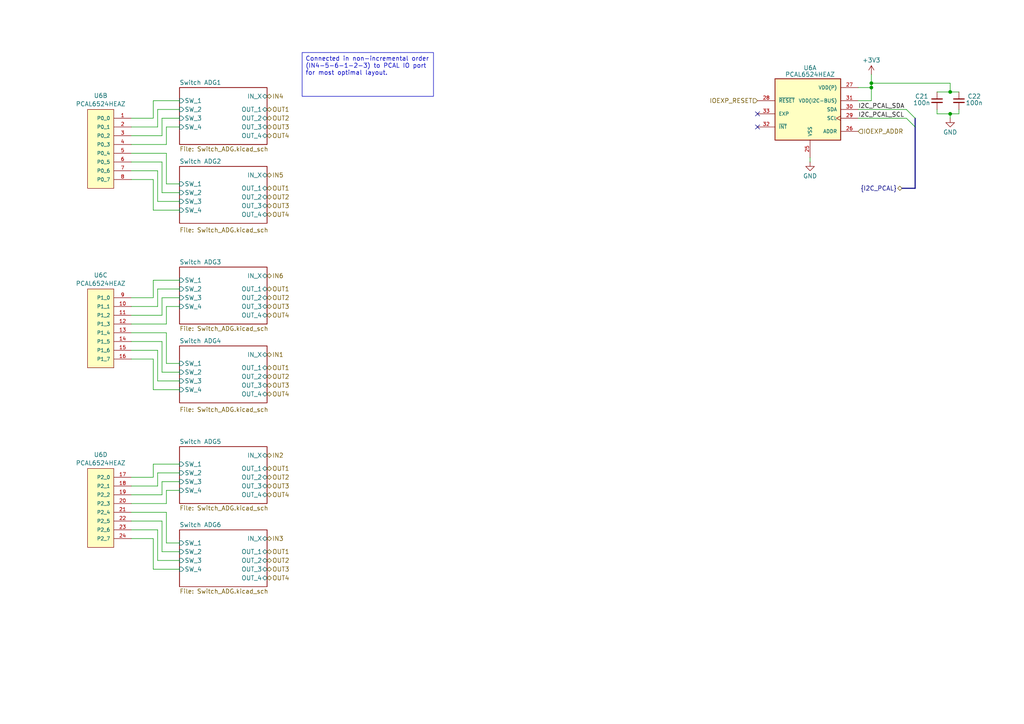
<source format=kicad_sch>
(kicad_sch (version 20250114) (generator "eeschema") (generator_version "9.0")
  (paper "A4")
  (title_block (title "Zoutwachter Measurement-Switch") (date "2025-06-01") (rev "0.3") (company "Avalution Engineering / Pollex"))
  (lib_symbols
    (symbol "Device:C_Small" (pin_numbers (hide yes)) (pin_names (offset 0.254) (hide yes))
      (property "Reference" "C" (at 0.254 1.778 0))
      (property "Value" "C_Small" (at 0.254 -2.032 0))
      (symbol "C_Small_0_1"
        (polyline (pts (xy -1.524 0.508) (xy 1.524 0.508)) (stroke (width 0.3048)))
        (polyline (pts (xy -1.524 -0.508) (xy 1.524 -0.508)) (stroke (width 0.3302)))
      )
      (symbol "C_Small_1_1"
        (pin passive line (at 0 2.54 270) (length 2.032) (name "~") (number "1"))
        (pin passive line (at 0 -2.54 90) (length 2.032) (name "~") (number "2"))
      )
    )
    (symbol "custom_library:PCAL6524HEAZ" (pin_names (offset 1.016))
      (property "Reference" "U5" (at 0 14.1773 0))
      (property "Value" "PCAL6524HEAZ" (at 0 11.7531 0))
      (symbol "PCAL6524HEAZ_1_0"
        (rectangle (start -10.16 11.43) (end 8.89 -6.35) (stroke (width 0.254)) (fill (type background)))
        (pin input line (at -15.24 5.08 0) (length 5.08) (name "~{RESET}") (number "28"))
        (pin passive line (at -15.24 1.27 0) (length 5.08) (name "EXP") (number "33"))
        (pin output line (at -15.24 -2.54 0) (length 5.08) (name "~{INT}") (number "32"))
        (pin power_in line (at 0 -11.43 90) (length 5.08) (name "VSS") (number "25"))
        (pin power_in line (at 13.97 8.89 180) (length 5.08) (name "VDD(P)") (number "27"))
        (pin power_in line (at 13.97 5.08 180) (length 5.08) (name "VDD(I2C-BUS)") (number "31"))
        (pin bidirectional line (at 13.97 2.54 180) (length 5.08) (name "SDA") (number "30"))
        (pin input clock (at 13.97 0 180) (length 5.08) (name "SCL") (number "29"))
        (pin input line (at 13.97 -3.81 180) (length 5.08) (name "ADDR") (number "26"))
      )
      (symbol "PCAL6524HEAZ_2_0"
        (rectangle (start -3.81 10.16) (end 3.81 -12.7) (fill (type background)))
        (pin bidirectional line (at 8.89 7.62 180) (length 5.08) (name "P0_0") (number "1"))
        (pin bidirectional line (at 8.89 5.08 180) (length 5.08) (name "P0_1") (number "2"))
        (pin bidirectional line (at 8.89 2.54 180) (length 5.08) (name "P0_2") (number "3"))
        (pin bidirectional line (at 8.89 0 180) (length 5.08) (name "P0_3") (number "4"))
        (pin bidirectional line (at 8.89 -2.54 180) (length 5.08) (name "P0_4") (number "5"))
        (pin bidirectional line (at 8.89 -5.08 180) (length 5.08) (name "P0_5") (number "6"))
        (pin bidirectional line (at 8.89 -7.62 180) (length 5.08) (name "P0_6") (number "7"))
        (pin bidirectional line (at 8.89 -10.16 180) (length 5.08) (name "P0_7") (number "8"))
      )
      (symbol "PCAL6524HEAZ_3_0"
        (rectangle (start -3.81 10.16) (end 3.81 -12.7) (fill (type background)))
        (pin bidirectional line (at 8.89 7.62 180) (length 5.08) (name "P1_0") (number "9"))
        (pin bidirectional line (at 8.89 5.08 180) (length 5.08) (name "P1_1") (number "10"))
        (pin bidirectional line (at 8.89 2.54 180) (length 5.08) (name "P1_2") (number "11"))
        (pin bidirectional line (at 8.89 0 180) (length 5.08) (name "P1_3") (number "12"))
        (pin bidirectional line (at 8.89 -2.54 180) (length 5.08) (name "P1_4") (number "13"))
        (pin bidirectional line (at 8.89 -5.08 180) (length 5.08) (name "P1_5") (number "14"))
        (pin bidirectional line (at 8.89 -7.62 180) (length 5.08) (name "P1_6") (number "15"))
        (pin bidirectional line (at 8.89 -10.16 180) (length 5.08) (name "P1_7") (number "16"))
      )
      (symbol "PCAL6524HEAZ_4_0"
        (rectangle (start -3.81 10.16) (end 3.81 -12.7) (fill (type background)))
        (pin bidirectional line (at 8.89 7.62 180) (length 5.08) (name "P2_0") (number "17"))
        (pin bidirectional line (at 8.89 5.08 180) (length 5.08) (name "P2_1") (number "18"))
        (pin bidirectional line (at 8.89 2.54 180) (length 5.08) (name "P2_2") (number "19"))
        (pin bidirectional line (at 8.89 0 180) (length 5.08) (name "P2_3") (number "20"))
        (pin bidirectional line (at 8.89 -2.54 180) (length 5.08) (name "P2_4") (number "21"))
        (pin bidirectional line (at 8.89 -5.08 180) (length 5.08) (name "P2_5") (number "22"))
        (pin bidirectional line (at 8.89 -7.62 180) (length 5.08) (name "P2_6") (number "23"))
        (pin bidirectional line (at 8.89 -10.16 180) (length 5.08) (name "P2_7") (number "24"))
      )
    )
    (symbol "power:+3V3" (power) (pin_numbers (hide yes)) (pin_names (offset 0) (hide yes))
      (property "Value" "+3V3" (at 0 3.556 0))
      (symbol "+3V3_0_1"
        (polyline (pts (xy -0.762 1.27) (xy 0 2.54)))
        (polyline (pts (xy 0 2.54) (xy 0.762 1.27)))
        (polyline (pts (xy 0 0) (xy 0 2.54)))
      )
      (symbol "+3V3_1_1"
        (pin power_in line (at 0 0 90) (length 0) (name "~") (number "1"))
      )
    )
    (symbol "power:GND" (power) (pin_numbers (hide yes)) (pin_names (offset 0) (hide yes))
      (property "Value" "GND" (at 0 -3.81 0))
      (symbol "GND_0_1"
        (polyline (pts (xy 0 0) (xy 0 -1.27) (xy 1.27 -1.27) (xy 0 -2.54) (xy -1.27 -1.27) (xy 0 -1.27)))
      )
      (symbol "GND_1_1"
        (pin power_in line (at 0 0 270) (length 0) (name "~") (number "1"))
      )
    )
  )
  (text_box "Connected in non-incremental order (IN4-5-6-1-2-3) to PCAL IO port for most optimal layout." (at 87.63 15.24 0) (size 38.1 12.7) (margins 0.9525 0.9525 0.9525 0.9525) (effects (font (size 1.27 1.27)) (justify left top)))
  (junction (at 275.59 33.02))
  (junction (at 275.59 26.67))
  (junction (at 252.73 24.13))
  (junction (at 252.73 25.4))
  (no_connect (at 219.71 33.02))
  (no_connect (at 219.71 36.83))
  (bus_entry (at 262.89 34.29) (size 2.54 2.54))
  (bus_entry (at 262.89 31.75) (size 2.54 2.54))
  (wire (pts (xy 45.72 83.82) (xy 52.07 83.82)))
  (wire (pts (xy 38.1 96.52) (xy 48.26 96.52)))
  (wire (pts (xy 44.45 29.21) (xy 52.07 29.21)))
  (wire (pts (xy 46.99 91.44) (xy 46.99 86.36)))
  (wire (pts (xy 45.72 162.56) (xy 52.07 162.56)))
  (wire (pts (xy 48.26 105.41) (xy 52.07 105.41)))
  (wire (pts (xy 275.59 26.67) (xy 275.59 24.13)))
  (bus (pts (xy 265.43 36.83) (xy 265.43 54.61)))
  (wire (pts (xy 45.72 110.49) (xy 52.07 110.49)))
  (wire (pts (xy 48.26 88.9) (xy 52.07 88.9)))
  (wire (pts (xy 38.1 34.29) (xy 44.45 34.29)))
  (wire (pts (xy 252.73 25.4) (xy 252.73 29.21)))
  (wire (pts (xy 278.13 33.02) (xy 275.59 33.02)))
  (wire (pts (xy 46.99 55.88) (xy 52.07 55.88)))
  (wire (pts (xy 48.26 157.48) (xy 52.07 157.48)))
  (wire (pts (xy 46.99 99.06) (xy 38.1 99.06)))
  (wire (pts (xy 46.99 139.7) (xy 52.07 139.7)))
  (wire (pts (xy 248.92 29.21) (xy 252.73 29.21)))
  (wire (pts (xy 38.1 93.98) (xy 48.26 93.98)))
  (wire (pts (xy 44.45 113.03) (xy 44.45 104.14)))
  (wire (pts (xy 278.13 26.67) (xy 275.59 26.67)))
  (wire (pts (xy 48.26 142.24) (xy 52.07 142.24)))
  (wire (pts (xy 48.26 148.59) (xy 48.26 157.48)))
  (wire (pts (xy 252.73 21.59) (xy 252.73 24.13)))
  (wire (pts (xy 48.26 41.91) (xy 48.26 36.83)))
  (wire (pts (xy 44.45 104.14) (xy 38.1 104.14)))
  (wire (pts (xy 44.45 34.29) (xy 44.45 29.21)))
  (wire (pts (xy 248.92 25.4) (xy 252.73 25.4)))
  (wire (pts (xy 48.26 146.05) (xy 48.26 142.24)))
  (wire (pts (xy 38.1 86.36) (xy 44.45 86.36)))
  (bus (pts (xy 261.62 54.61) (xy 265.43 54.61)))
  (wire (pts (xy 46.99 143.51) (xy 46.99 139.7)))
  (wire (pts (xy 275.59 33.02) (xy 275.59 34.29)))
  (wire (pts (xy 45.72 49.53) (xy 38.1 49.53)))
  (wire (pts (xy 38.1 88.9) (xy 45.72 88.9)))
  (wire (pts (xy 275.59 26.67) (xy 271.78 26.67)))
  (wire (pts (xy 38.1 146.05) (xy 48.26 146.05)))
  (wire (pts (xy 38.1 44.45) (xy 48.26 44.45)))
  (wire (pts (xy 45.72 110.49) (xy 45.72 101.6)))
  (wire (pts (xy 48.26 96.52) (xy 48.26 105.41)))
  (wire (pts (xy 38.1 36.83) (xy 45.72 36.83)))
  (wire (pts (xy 45.72 58.42) (xy 45.72 49.53)))
  (wire (pts (xy 45.72 153.67) (xy 38.1 153.67)))
  (wire (pts (xy 45.72 58.42) (xy 52.07 58.42)))
  (wire (pts (xy 46.99 160.02) (xy 46.99 151.13)))
  (wire (pts (xy 45.72 162.56) (xy 45.72 153.67)))
  (wire (pts (xy 44.45 86.36) (xy 44.45 81.28)))
  (wire (pts (xy 44.45 134.62) (xy 52.07 134.62)))
  (wire (pts (xy 38.1 41.91) (xy 48.26 41.91)))
  (wire (pts (xy 46.99 151.13) (xy 38.1 151.13)))
  (wire (pts (xy 45.72 36.83) (xy 45.72 31.75)))
  (wire (pts (xy 45.72 140.97) (xy 45.72 137.16)))
  (bus (pts (xy 265.43 34.29) (xy 265.43 36.83)))
  (wire (pts (xy 44.45 156.21) (xy 38.1 156.21)))
  (wire (pts (xy 44.45 60.96) (xy 44.45 52.07)))
  (wire (pts (xy 38.1 138.43) (xy 44.45 138.43)))
  (wire (pts (xy 38.1 143.51) (xy 46.99 143.51)))
  (wire (pts (xy 38.1 39.37) (xy 46.99 39.37)))
  (wire (pts (xy 46.99 39.37) (xy 46.99 34.29)))
  (wire (pts (xy 48.26 53.34) (xy 52.07 53.34)))
  (wire (pts (xy 44.45 60.96) (xy 52.07 60.96)))
  (wire (pts (xy 46.99 55.88) (xy 46.99 46.99)))
  (wire (pts (xy 278.13 31.75) (xy 278.13 33.02)))
  (wire (pts (xy 44.45 165.1) (xy 52.07 165.1)))
  (wire (pts (xy 248.92 34.29) (xy 262.89 34.29)))
  (wire (pts (xy 275.59 24.13) (xy 252.73 24.13)))
  (wire (pts (xy 271.78 31.75) (xy 271.78 33.02)))
  (wire (pts (xy 44.45 81.28) (xy 52.07 81.28)))
  (wire (pts (xy 46.99 86.36) (xy 52.07 86.36)))
  (wire (pts (xy 45.72 101.6) (xy 38.1 101.6)))
  (wire (pts (xy 46.99 160.02) (xy 52.07 160.02)))
  (wire (pts (xy 252.73 24.13) (xy 252.73 25.4)))
  (wire (pts (xy 45.72 88.9) (xy 45.72 83.82)))
  (wire (pts (xy 44.45 138.43) (xy 44.45 134.62)))
  (wire (pts (xy 46.99 107.95) (xy 46.99 99.06)))
  (wire (pts (xy 44.45 165.1) (xy 44.45 156.21)))
  (wire (pts (xy 44.45 52.07) (xy 38.1 52.07)))
  (wire (pts (xy 38.1 140.97) (xy 45.72 140.97)))
  (wire (pts (xy 46.99 46.99) (xy 38.1 46.99)))
  (wire (pts (xy 46.99 34.29) (xy 52.07 34.29)))
  (wire (pts (xy 48.26 44.45) (xy 48.26 53.34)))
  (wire (pts (xy 45.72 31.75) (xy 52.07 31.75)))
  (wire (pts (xy 44.45 113.03) (xy 52.07 113.03)))
  (wire (pts (xy 248.92 31.75) (xy 262.89 31.75)))
  (wire (pts (xy 46.99 107.95) (xy 52.07 107.95)))
  (wire (pts (xy 45.72 137.16) (xy 52.07 137.16)))
  (wire (pts (xy 38.1 148.59) (xy 48.26 148.59)))
  (wire (pts (xy 48.26 36.83) (xy 52.07 36.83)))
  (wire (pts (xy 38.1 91.44) (xy 46.99 91.44)))
  (wire (pts (xy 275.59 33.02) (xy 271.78 33.02)))
  (wire (pts (xy 234.95 45.72) (xy 234.95 46.99)))
  (wire (pts (xy 48.26 93.98) (xy 48.26 88.9)))
  (label "I2C_PCAL_SDA" (at 248.92 31.75 0))
  (label "I2C_PCAL_SCL" (at 248.92 34.29 0))
  (hierarchical_label "OUT4" (shape bidirectional) (at 77.47 39.37 0))
  (hierarchical_label "IN1" (shape bidirectional) (at 77.47 102.87 0))
  (hierarchical_label "OUT4" (shape bidirectional) (at 77.47 91.44 0))
  (hierarchical_label "OUT1" (shape bidirectional) (at 77.47 160.02 0))
  (hierarchical_label "IN6" (shape bidirectional) (at 77.47 80.01 0))
  (hierarchical_label "IN2" (shape bidirectional) (at 77.47 132.08 0))
  (hierarchical_label "OUT1" (shape bidirectional) (at 77.47 106.68 0))
  (hierarchical_label "OUT1" (shape bidirectional) (at 77.47 135.89 0))
  (hierarchical_label "OUT2" (shape bidirectional) (at 77.47 86.36 0))
  (hierarchical_label "OUT3" (shape bidirectional) (at 77.47 36.83 0))
  (hierarchical_label "{I2C_PCAL}" (shape bidirectional) (at 261.62 54.61 180))
  (hierarchical_label "OUT4" (shape bidirectional) (at 77.47 62.23 0))
  (hierarchical_label "OUT3" (shape bidirectional) (at 77.47 140.97 0))
  (hierarchical_label "OUT3" (shape bidirectional) (at 77.47 88.9 0))
  (hierarchical_label "OUT2" (shape bidirectional) (at 77.47 138.43 0))
  (hierarchical_label "IOEXP_ADDR" (shape input) (at 248.92 38.1 0))
  (hierarchical_label "OUT1" (shape bidirectional) (at 77.47 83.82 0))
  (hierarchical_label "OUT4" (shape bidirectional) (at 77.47 167.64 0))
  (hierarchical_label "OUT2" (shape bidirectional) (at 77.47 162.56 0))
  (hierarchical_label "OUT4" (shape bidirectional) (at 77.47 114.3 0))
  (hierarchical_label "OUT1" (shape bidirectional) (at 77.47 54.61 0))
  (hierarchical_label "OUT1" (shape bidirectional) (at 77.47 31.75 0))
  (hierarchical_label "OUT2" (shape bidirectional) (at 77.47 57.15 0))
  (hierarchical_label "IN4" (shape bidirectional) (at 77.47 27.94 0))
  (hierarchical_label "IOEXP_RESET" (shape input) (at 219.71 29.21 180))
  (hierarchical_label "OUT2" (shape bidirectional) (at 77.47 34.29 0))
  (hierarchical_label "OUT4" (shape bidirectional) (at 77.47 143.51 0))
  (hierarchical_label "OUT3" (shape bidirectional) (at 77.47 111.76 0))
  (hierarchical_label "IN3" (shape bidirectional) (at 77.47 156.21 0))
  (hierarchical_label "OUT3" (shape bidirectional) (at 77.47 59.69 0))
  (hierarchical_label "OUT2" (shape bidirectional) (at 77.47 109.22 0))
  (hierarchical_label "OUT3" (shape bidirectional) (at 77.47 165.1 0))
  (hierarchical_label "IN5" (shape bidirectional) (at 77.47 50.8 0))
  (symbol (lib_id "Device:C_Small") (at 271.78 29.21 0) (mirror y) (unit 1)
    (property "Reference" "C19" (at 267.335 27.94 0))
    (property "Value" "100n" (at 267.335 29.845 0))
    (property "Footprint" "Capacitor_SMD:C_0603_1608Metric" (effects (hide yes)))
    (property "LCSC MFR" "YAGEO" (effects (hide yes)))
    (property "LCSC MFR #" "CC0603KRX7R9BB104" (effects (hide yes)))
    (property "LCSC Part #" "C14663" (effects (hide yes)))
    (instances (project "Zoutwachter-measurement" (path "" (reference "C21") (unit 1)) (path "" (reference "C23") (unit 1)) (path "" (reference "C19") (unit 1)) (path "" (reference "C25") (unit 1))))
  )
  (symbol (lib_id "custom_library:PCAL6524HEAZ") (at 29.21 41.91 0) (unit 2)
    (property "Reference" "U5" (at 29.21 27.7327 0))
    (property "Value" "PCAL6524HEAZ" (at 29.21 30.1569 0))
    (property "Footprint" "PCAL6524HEAZ:PCAL6524HEAZ" (effects (hide yes)))
    (property "MF" "NXP Semiconductors" (effects (hide yes)))
    (property "MP" "PCAL6524HEAZ" (effects (hide yes)))
    (property "Package" "UFQFN-32" (effects (hide yes)))
    (property "LCSC Part #" "C3000497" (effects (hide yes)))
    (property "LCSC MFR" "NXP Semicon" (effects (hide yes)))
    (property "LCSC MFR #" "PCAL6524HEAZ" (effects (hide yes)))
    (instances (project "Zoutwachter-measurement" (path "" (reference "U6") (unit 2)) (path "" (reference "U7") (unit 2)) (path "" (reference "U5") (unit 2)) (path "" (reference "U8") (unit 2))))
  )
  (symbol (lib_id "Device:C_Small") (at 278.13 29.21 0) (mirror y) (unit 1)
    (property "Reference" "C20" (at 282.575 27.94 0))
    (property "Value" "100n" (at 282.575 29.845 0))
    (property "Footprint" "Capacitor_SMD:C_0603_1608Metric" (effects (hide yes)))
    (property "LCSC MFR" "YAGEO" (effects (hide yes)))
    (property "LCSC MFR #" "CC0603KRX7R9BB104" (effects (hide yes)))
    (property "LCSC Part #" "C14663" (effects (hide yes)))
    (instances (project "Zoutwachter-measurement" (path "" (reference "C22") (unit 1)) (path "" (reference "C24") (unit 1)) (path "" (reference "C20") (unit 1)) (path "" (reference "C26") (unit 1))))
  )
  (symbol (lib_id "power:GND") (at 275.59 34.29 0) (unit 1)
    (property "Reference" "#PWR0106" (effects (hide yes)))
    (property "Value" "GND" (at 275.59 38.354 0))
    (instances (project "Zoutwachter-measurement" (path "" (reference "#PWR0109") (unit 1)) (path "" (reference "#PWR0112") (unit 1)) (path "" (reference "#PWR0106") (unit 1)) (path "" (reference "#PWR0115") (unit 1))))
  )
  (symbol (lib_id "power:GND") (at 234.95 46.99 0) (unit 1)
    (property "Reference" "#PWR0107" (effects (hide yes)))
    (property "Value" "GND" (at 234.95 51.054 0))
    (instances (project "Zoutwachter-measurement" (path "" (reference "#PWR0110") (unit 1)) (path "" (reference "#PWR0113") (unit 1)) (path "" (reference "#PWR0107") (unit 1)) (path "" (reference "#PWR0116") (unit 1))))
  )
  (symbol (lib_id "custom_library:PCAL6524HEAZ") (at 29.21 93.98 0) (unit 3)
    (property "Reference" "U5" (at 29.21 79.8027 0))
    (property "Value" "PCAL6524HEAZ" (at 29.21 82.2269 0))
    (property "Footprint" "PCAL6524HEAZ:PCAL6524HEAZ" (effects (hide yes)))
    (property "MF" "NXP Semiconductors" (effects (hide yes)))
    (property "MP" "PCAL6524HEAZ" (effects (hide yes)))
    (property "Package" "UFQFN-32" (effects (hide yes)))
    (property "LCSC Part #" "C3000497" (effects (hide yes)))
    (property "LCSC MFR" "NXP Semicon" (effects (hide yes)))
    (property "LCSC MFR #" "PCAL6524HEAZ" (effects (hide yes)))
    (instances (project "Zoutwachter-measurement" (path "" (reference "U6") (unit 3)) (path "" (reference "U7") (unit 3)) (path "" (reference "U5") (unit 3)) (path "" (reference "U8") (unit 3))))
  )
  (symbol (lib_id "custom_library:PCAL6524HEAZ") (at 29.21 146.05 0) (unit 4)
    (property "Reference" "U5" (at 29.21 131.8727 0))
    (property "Value" "PCAL6524HEAZ" (at 29.21 134.2969 0))
    (property "Footprint" "PCAL6524HEAZ:PCAL6524HEAZ" (effects (hide yes)))
    (property "MF" "NXP Semiconductors" (effects (hide yes)))
    (property "MP" "PCAL6524HEAZ" (effects (hide yes)))
    (property "Package" "UFQFN-32" (effects (hide yes)))
    (property "LCSC Part #" "C3000497" (effects (hide yes)))
    (property "LCSC MFR" "NXP Semicon" (effects (hide yes)))
    (property "LCSC MFR #" "PCAL6524HEAZ" (effects (hide yes)))
    (instances (project "Zoutwachter-measurement" (path "" (reference "U6") (unit 4)) (path "" (reference "U7") (unit 4)) (path "" (reference "U5") (unit 4)) (path "" (reference "U8") (unit 4))))
  )
  (symbol (lib_id "custom_library:PCAL6524HEAZ") (at 234.95 34.29 0) (unit 1)
    (property "Reference" "U5" (at 234.95 19.685 0))
    (property "Value" "PCAL6524HEAZ" (at 234.95 21.59 0))
    (property "Footprint" "PCAL6524HEAZ:PCAL6524HEAZ" (effects (hide yes)))
    (property "MF" "NXP Semiconductors" (effects (hide yes)))
    (property "MP" "PCAL6524HEAZ" (effects (hide yes)))
    (property "Package" "UFQFN-32" (effects (hide yes)))
    (property "LCSC Part #" "C3000497" (effects (hide yes)))
    (property "LCSC MFR" "NXP Semicon" (effects (hide yes)))
    (property "LCSC MFR #" "PCAL6524HEAZ" (effects (hide yes)))
    (instances (project "Zoutwachter-measurement" (path "" (reference "U6") (unit 1)) (path "" (reference "U7") (unit 1)) (path "" (reference "U5") (unit 1)) (path "" (reference "U8") (unit 1))))
  )
  (symbol (lib_id "power:+3V3") (at 252.73 21.59 0) (unit 1)
    (property "Reference" "#PWR0101" (effects (hide yes)))
    (property "Value" "+3V3" (at 252.73 17.4569 0))
    (property "Description" "Power symbol creates a global label with name \"+3V3\"" (effects (hide yes)))
    (instances (project "Zoutwachter-measurement" (path "" (reference "#PWR0108") (unit 1)) (path "" (reference "#PWR0111") (unit 1)) (path "" (reference "#PWR0101") (unit 1)) (path "" (reference "#PWR0114") (unit 1))))
  )
  (sheet (at 52.07 100.33) (size 25.4 16.51) (stroke (width 0.1524))
    (property "Sheetname" "Switch ADG4" (at 52.07 99.6184 0) (effects (justify left bottom)))
    (property "Sheetfile" "Switch_ADG.kicad_sch" (at 52.07 118.0596 0) (effects (justify left top)))
    (pin "IN_X" bidirectional (at 77.47 102.87 0))
    (pin "OUT_4" bidirectional (at 77.47 114.3 0))
    (pin "OUT_1" bidirectional (at 77.47 106.68 0))
    (pin "OUT_2" bidirectional (at 77.47 109.22 0))
    (pin "OUT_3" bidirectional (at 77.47 111.76 0))
    (pin "SW_1" input (at 52.07 105.41 180))
    (pin "SW_2" input (at 52.07 107.95 180))
    (pin "SW_3" input (at 52.07 110.49 180))
    (pin "SW_4" input (at 52.07 113.03 180))
  )
  (sheet (at 52.07 77.47) (size 25.4 16.51) (stroke (width 0.1524))
    (property "Sheetname" "Switch ADG3" (at 52.07 76.7584 0) (effects (justify left bottom)))
    (property "Sheetfile" "Switch_ADG.kicad_sch" (at 52.07 94.5646 0) (effects (justify left top)))
    (pin "IN_X" bidirectional (at 77.47 80.01 0))
    (pin "OUT_4" bidirectional (at 77.47 91.44 0))
    (pin "OUT_1" bidirectional (at 77.47 83.82 0))
    (pin "OUT_2" bidirectional (at 77.47 86.36 0))
    (pin "OUT_3" bidirectional (at 77.47 88.9 0))
    (pin "SW_1" input (at 52.07 81.28 180))
    (pin "SW_2" input (at 52.07 83.82 180))
    (pin "SW_3" input (at 52.07 86.36 180))
    (pin "SW_4" input (at 52.07 88.9 180))
  )
  (sheet (at 52.07 153.67) (size 25.4 16.51) (stroke (width 0.1524))
    (property "Sheetname" "Switch ADG6" (at 52.07 152.9584 0) (effects (justify left bottom)))
    (property "Sheetfile" "Switch_ADG.kicad_sch" (at 52.07 170.7646 0) (effects (justify left top)))
    (pin "IN_X" bidirectional (at 77.47 156.21 0))
    (pin "OUT_4" bidirectional (at 77.47 167.64 0))
    (pin "OUT_1" bidirectional (at 77.47 160.02 0))
    (pin "OUT_2" bidirectional (at 77.47 162.56 0))
    (pin "OUT_3" bidirectional (at 77.47 165.1 0))
    (pin "SW_1" input (at 52.07 157.48 180))
    (pin "SW_2" input (at 52.07 160.02 180))
    (pin "SW_3" input (at 52.07 162.56 180))
    (pin "SW_4" input (at 52.07 165.1 180))
  )
  (sheet (at 52.07 48.26) (size 25.4 16.51) (stroke (width 0.1524))
    (property "Sheetname" "Switch ADG2" (at 52.07 47.5484 0) (effects (justify left bottom)))
    (property "Sheetfile" "Switch_ADG.kicad_sch" (at 52.07 65.9896 0) (effects (justify left top)))
    (pin "IN_X" bidirectional (at 77.47 50.8 0))
    (pin "OUT_4" bidirectional (at 77.47 62.23 0))
    (pin "OUT_1" bidirectional (at 77.47 54.61 0))
    (pin "OUT_2" bidirectional (at 77.47 57.15 0))
    (pin "OUT_3" bidirectional (at 77.47 59.69 0))
    (pin "SW_1" input (at 52.07 53.34 180))
    (pin "SW_2" input (at 52.07 55.88 180))
    (pin "SW_3" input (at 52.07 58.42 180))
    (pin "SW_4" input (at 52.07 60.96 180))
  )
  (sheet (at 52.07 25.4) (size 25.4 16.51) (stroke (width 0.1524))
    (property "Sheetname" "Switch ADG1" (at 52.07 24.6884 0) (effects (justify left bottom)))
    (property "Sheetfile" "Switch_ADG.kicad_sch" (at 52.07 42.4946 0) (effects (justify left top)))
    (pin "IN_X" bidirectional (at 77.47 27.94 0))
    (pin "OUT_4" bidirectional (at 77.47 39.37 0))
    (pin "OUT_1" bidirectional (at 77.47 31.75 0))
    (pin "OUT_2" bidirectional (at 77.47 34.29 0))
    (pin "OUT_3" bidirectional (at 77.47 36.83 0))
    (pin "SW_1" input (at 52.07 29.21 180))
    (pin "SW_2" input (at 52.07 31.75 180))
    (pin "SW_3" input (at 52.07 34.29 180))
    (pin "SW_4" input (at 52.07 36.83 180))
  )
  (sheet (at 52.07 129.54) (size 25.4 16.51) (stroke (width 0.1524))
    (property "Sheetname" "Switch ADG5" (at 52.07 128.8284 0) (effects (justify left bottom)))
    (property "Sheetfile" "Switch_ADG.kicad_sch" (at 52.07 146.6346 0) (effects (justify left top)))
    (pin "IN_X" bidirectional (at 77.47 132.08 0))
    (pin "OUT_4" bidirectional (at 77.47 143.51 0))
    (pin "OUT_1" bidirectional (at 77.47 135.89 0))
    (pin "OUT_2" bidirectional (at 77.47 138.43 0))
    (pin "OUT_3" bidirectional (at 77.47 140.97 0))
    (pin "SW_1" input (at 52.07 134.62 180))
    (pin "SW_2" input (at 52.07 137.16 180))
    (pin "SW_3" input (at 52.07 139.7 180))
    (pin "SW_4" input (at 52.07 142.24 180))
  )
)
</source>
